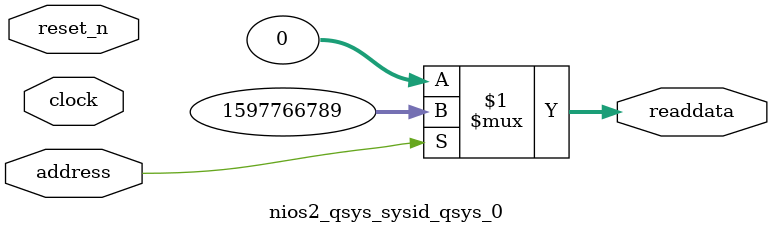
<source format=v>



// synthesis translate_off
`timescale 1ns / 1ps
// synthesis translate_on

// turn off superfluous verilog processor warnings 
// altera message_level Level1 
// altera message_off 10034 10035 10036 10037 10230 10240 10030 

module nios2_qsys_sysid_qsys_0 (
               // inputs:
                address,
                clock,
                reset_n,

               // outputs:
                readdata
             )
;

  output  [ 31: 0] readdata;
  input            address;
  input            clock;
  input            reset_n;

  wire    [ 31: 0] readdata;
  //control_slave, which is an e_avalon_slave
  assign readdata = address ? 1597766789 : 0;

endmodule



</source>
